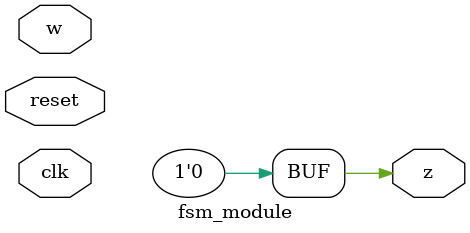
<source format=v>
module fsm_module (clk, reset, w, z);//w:input, z:output
	input clk, reset, w;
	output reg z;
	reg [2:0] current_state, next_state;//y:present state, Y:nest state
	parameter A=3'b001, B=3'b010, C=3'b011,
				D=3'b100, E=3'b101, F=3'b110, G=3'b111;//state variables
	always @ (current_state, w)
		case (current_state)
			A: if (w) next_state=B;
				else next_state=A;
			B: if (w) next_state=C;
				//else next_state=E;
			C: if (w) next_state=C;
				else next_state=D;
			D: if (w) next_state=F;
				else next_state=A;
			E: if (w) next_state=F;
				else next_state=A;
			F: if (w) next_state=C;
				else next_state=E;
            G: next_state=G;
			default : next_state=3'bxxx;
		endcase
		
		always @ (negedge reset, posedge clk)
			if (!reset) current_state<=A;
			else current_state<=next_state;
		always @ (current_state)
			if (current_state==D|current_state==F) z=2;
			else z=0;
endmodule
</source>
